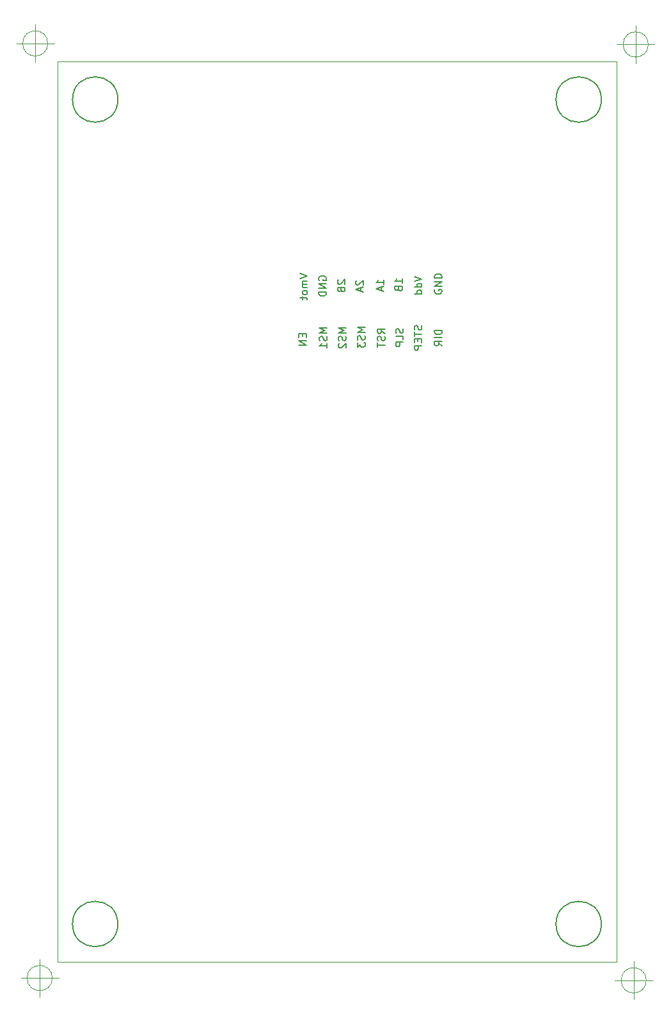
<source format=gbr>
G04 #@! TF.GenerationSoftware,KiCad,Pcbnew,(5.1.4)-1*
G04 #@! TF.CreationDate,2020-01-03T17:16:49+05:00*
G04 #@! TF.ProjectId,speeduino_ntv650,73706565-6475-4696-9e6f-5f6e74763635,rev?*
G04 #@! TF.SameCoordinates,Original*
G04 #@! TF.FileFunction,Legend,Bot*
G04 #@! TF.FilePolarity,Positive*
%FSLAX46Y46*%
G04 Gerber Fmt 4.6, Leading zero omitted, Abs format (unit mm)*
G04 Created by KiCad (PCBNEW (5.1.4)-1) date 2020-01-03 17:16:49*
%MOMM*%
%LPD*%
G04 APERTURE LIST*
%ADD10C,0.100000*%
%ADD11C,0.150000*%
G04 APERTURE END LIST*
D10*
X110806666Y-38620000D02*
G75*
G03X110806666Y-38620000I-1666666J0D01*
G01*
X106640000Y-38620000D02*
X111640000Y-38620000D01*
X109140000Y-36120000D02*
X109140000Y-41120000D01*
X190016666Y-162490000D02*
G75*
G03X190016666Y-162490000I-1666666J0D01*
G01*
X185850000Y-162490000D02*
X190850000Y-162490000D01*
X188350000Y-159990000D02*
X188350000Y-164990000D01*
D11*
X184070000Y-155040000D02*
G75*
G03X184070000Y-155040000I-3000000J0D01*
G01*
D10*
X190286666Y-38760000D02*
G75*
G03X190286666Y-38760000I-1666666J0D01*
G01*
X186120000Y-38760000D02*
X191120000Y-38760000D01*
X188620000Y-36260000D02*
X188620000Y-41260000D01*
X111396666Y-162190000D02*
G75*
G03X111396666Y-162190000I-1666666J0D01*
G01*
X107230000Y-162190000D02*
X112230000Y-162190000D01*
X109730000Y-159690000D02*
X109730000Y-164690000D01*
D11*
X120070000Y-155040000D02*
G75*
G03X120070000Y-155040000I-3000000J0D01*
G01*
X184070000Y-46040000D02*
G75*
G03X184070000Y-46040000I-3000000J0D01*
G01*
X120070000Y-46040000D02*
G75*
G03X120070000Y-46040000I-3000000J0D01*
G01*
D10*
X112070000Y-160040000D02*
X112070000Y-41040000D01*
X186070000Y-160040000D02*
X112070000Y-160040000D01*
X186070000Y-41040000D02*
X186070000Y-160040000D01*
X112070000Y-41040000D02*
X186070000Y-41040000D01*
D11*
X144528571Y-77001904D02*
X144528571Y-77335238D01*
X145052380Y-77478095D02*
X145052380Y-77001904D01*
X144052380Y-77001904D01*
X144052380Y-77478095D01*
X145052380Y-77906666D02*
X144052380Y-77906666D01*
X145052380Y-78478095D01*
X144052380Y-78478095D01*
X162010000Y-71181904D02*
X161962380Y-71277142D01*
X161962380Y-71420000D01*
X162010000Y-71562857D01*
X162105238Y-71658095D01*
X162200476Y-71705714D01*
X162390952Y-71753333D01*
X162533809Y-71753333D01*
X162724285Y-71705714D01*
X162819523Y-71658095D01*
X162914761Y-71562857D01*
X162962380Y-71420000D01*
X162962380Y-71324761D01*
X162914761Y-71181904D01*
X162867142Y-71134285D01*
X162533809Y-71134285D01*
X162533809Y-71324761D01*
X162962380Y-70705714D02*
X161962380Y-70705714D01*
X162962380Y-70134285D01*
X161962380Y-70134285D01*
X162962380Y-69658095D02*
X161962380Y-69658095D01*
X161962380Y-69420000D01*
X162010000Y-69277142D01*
X162105238Y-69181904D01*
X162200476Y-69134285D01*
X162390952Y-69086666D01*
X162533809Y-69086666D01*
X162724285Y-69134285D01*
X162819523Y-69181904D01*
X162914761Y-69277142D01*
X162962380Y-69420000D01*
X162962380Y-69658095D01*
X159312380Y-69421904D02*
X160312380Y-69755238D01*
X159312380Y-70088571D01*
X160312380Y-70850476D02*
X159312380Y-70850476D01*
X160264761Y-70850476D02*
X160312380Y-70755238D01*
X160312380Y-70564761D01*
X160264761Y-70469523D01*
X160217142Y-70421904D01*
X160121904Y-70374285D01*
X159836190Y-70374285D01*
X159740952Y-70421904D01*
X159693333Y-70469523D01*
X159645714Y-70564761D01*
X159645714Y-70755238D01*
X159693333Y-70850476D01*
X160312380Y-71755238D02*
X159312380Y-71755238D01*
X160264761Y-71755238D02*
X160312380Y-71660000D01*
X160312380Y-71469523D01*
X160264761Y-71374285D01*
X160217142Y-71326666D01*
X160121904Y-71279047D01*
X159836190Y-71279047D01*
X159740952Y-71326666D01*
X159693333Y-71374285D01*
X159645714Y-71469523D01*
X159645714Y-71660000D01*
X159693333Y-71755238D01*
X157732380Y-70305714D02*
X157732380Y-69734285D01*
X157732380Y-70020000D02*
X156732380Y-70020000D01*
X156875238Y-69924761D01*
X156970476Y-69829523D01*
X157018095Y-69734285D01*
X157208571Y-71067619D02*
X157256190Y-71210476D01*
X157303809Y-71258095D01*
X157399047Y-71305714D01*
X157541904Y-71305714D01*
X157637142Y-71258095D01*
X157684761Y-71210476D01*
X157732380Y-71115238D01*
X157732380Y-70734285D01*
X156732380Y-70734285D01*
X156732380Y-71067619D01*
X156780000Y-71162857D01*
X156827619Y-71210476D01*
X156922857Y-71258095D01*
X157018095Y-71258095D01*
X157113333Y-71210476D01*
X157160952Y-71162857D01*
X157208571Y-71067619D01*
X157208571Y-70734285D01*
X155262380Y-70477142D02*
X155262380Y-69905714D01*
X155262380Y-70191428D02*
X154262380Y-70191428D01*
X154405238Y-70096190D01*
X154500476Y-70000952D01*
X154548095Y-69905714D01*
X154976666Y-70858095D02*
X154976666Y-71334285D01*
X155262380Y-70762857D02*
X154262380Y-71096190D01*
X155262380Y-71429523D01*
X151647619Y-69975714D02*
X151600000Y-70023333D01*
X151552380Y-70118571D01*
X151552380Y-70356666D01*
X151600000Y-70451904D01*
X151647619Y-70499523D01*
X151742857Y-70547142D01*
X151838095Y-70547142D01*
X151980952Y-70499523D01*
X152552380Y-69928095D01*
X152552380Y-70547142D01*
X152266666Y-70928095D02*
X152266666Y-71404285D01*
X152552380Y-70832857D02*
X151552380Y-71166190D01*
X152552380Y-71499523D01*
X149237619Y-69874285D02*
X149190000Y-69921904D01*
X149142380Y-70017142D01*
X149142380Y-70255238D01*
X149190000Y-70350476D01*
X149237619Y-70398095D01*
X149332857Y-70445714D01*
X149428095Y-70445714D01*
X149570952Y-70398095D01*
X150142380Y-69826666D01*
X150142380Y-70445714D01*
X149618571Y-71207619D02*
X149666190Y-71350476D01*
X149713809Y-71398095D01*
X149809047Y-71445714D01*
X149951904Y-71445714D01*
X150047142Y-71398095D01*
X150094761Y-71350476D01*
X150142380Y-71255238D01*
X150142380Y-70874285D01*
X149142380Y-70874285D01*
X149142380Y-71207619D01*
X149190000Y-71302857D01*
X149237619Y-71350476D01*
X149332857Y-71398095D01*
X149428095Y-71398095D01*
X149523333Y-71350476D01*
X149570952Y-71302857D01*
X149618571Y-71207619D01*
X149618571Y-70874285D01*
X146710000Y-69928095D02*
X146662380Y-69832857D01*
X146662380Y-69690000D01*
X146710000Y-69547142D01*
X146805238Y-69451904D01*
X146900476Y-69404285D01*
X147090952Y-69356666D01*
X147233809Y-69356666D01*
X147424285Y-69404285D01*
X147519523Y-69451904D01*
X147614761Y-69547142D01*
X147662380Y-69690000D01*
X147662380Y-69785238D01*
X147614761Y-69928095D01*
X147567142Y-69975714D01*
X147233809Y-69975714D01*
X147233809Y-69785238D01*
X147662380Y-70404285D02*
X146662380Y-70404285D01*
X147662380Y-70975714D01*
X146662380Y-70975714D01*
X147662380Y-71451904D02*
X146662380Y-71451904D01*
X146662380Y-71690000D01*
X146710000Y-71832857D01*
X146805238Y-71928095D01*
X146900476Y-71975714D01*
X147090952Y-72023333D01*
X147233809Y-72023333D01*
X147424285Y-71975714D01*
X147519523Y-71928095D01*
X147614761Y-71832857D01*
X147662380Y-71690000D01*
X147662380Y-71451904D01*
X144152380Y-69021904D02*
X145152380Y-69355238D01*
X144152380Y-69688571D01*
X145152380Y-70021904D02*
X144485714Y-70021904D01*
X144580952Y-70021904D02*
X144533333Y-70069523D01*
X144485714Y-70164761D01*
X144485714Y-70307619D01*
X144533333Y-70402857D01*
X144628571Y-70450476D01*
X145152380Y-70450476D01*
X144628571Y-70450476D02*
X144533333Y-70498095D01*
X144485714Y-70593333D01*
X144485714Y-70736190D01*
X144533333Y-70831428D01*
X144628571Y-70879047D01*
X145152380Y-70879047D01*
X145152380Y-71498095D02*
X145104761Y-71402857D01*
X145057142Y-71355238D01*
X144961904Y-71307619D01*
X144676190Y-71307619D01*
X144580952Y-71355238D01*
X144533333Y-71402857D01*
X144485714Y-71498095D01*
X144485714Y-71640952D01*
X144533333Y-71736190D01*
X144580952Y-71783809D01*
X144676190Y-71831428D01*
X144961904Y-71831428D01*
X145057142Y-71783809D01*
X145104761Y-71736190D01*
X145152380Y-71640952D01*
X145152380Y-71498095D01*
X144485714Y-72117142D02*
X144485714Y-72498095D01*
X144152380Y-72260000D02*
X145009523Y-72260000D01*
X145104761Y-72307619D01*
X145152380Y-72402857D01*
X145152380Y-72498095D01*
X162992380Y-76540000D02*
X161992380Y-76540000D01*
X161992380Y-76778095D01*
X162040000Y-76920952D01*
X162135238Y-77016190D01*
X162230476Y-77063809D01*
X162420952Y-77111428D01*
X162563809Y-77111428D01*
X162754285Y-77063809D01*
X162849523Y-77016190D01*
X162944761Y-76920952D01*
X162992380Y-76778095D01*
X162992380Y-76540000D01*
X162992380Y-77540000D02*
X161992380Y-77540000D01*
X162992380Y-78587619D02*
X162516190Y-78254285D01*
X162992380Y-78016190D02*
X161992380Y-78016190D01*
X161992380Y-78397142D01*
X162040000Y-78492380D01*
X162087619Y-78540000D01*
X162182857Y-78587619D01*
X162325714Y-78587619D01*
X162420952Y-78540000D01*
X162468571Y-78492380D01*
X162516190Y-78397142D01*
X162516190Y-78016190D01*
X160264761Y-75920952D02*
X160312380Y-76063809D01*
X160312380Y-76301904D01*
X160264761Y-76397142D01*
X160217142Y-76444761D01*
X160121904Y-76492380D01*
X160026666Y-76492380D01*
X159931428Y-76444761D01*
X159883809Y-76397142D01*
X159836190Y-76301904D01*
X159788571Y-76111428D01*
X159740952Y-76016190D01*
X159693333Y-75968571D01*
X159598095Y-75920952D01*
X159502857Y-75920952D01*
X159407619Y-75968571D01*
X159360000Y-76016190D01*
X159312380Y-76111428D01*
X159312380Y-76349523D01*
X159360000Y-76492380D01*
X159312380Y-76778095D02*
X159312380Y-77349523D01*
X160312380Y-77063809D02*
X159312380Y-77063809D01*
X159788571Y-77682857D02*
X159788571Y-78016190D01*
X160312380Y-78159047D02*
X160312380Y-77682857D01*
X159312380Y-77682857D01*
X159312380Y-78159047D01*
X160312380Y-78587619D02*
X159312380Y-78587619D01*
X159312380Y-78968571D01*
X159360000Y-79063809D01*
X159407619Y-79111428D01*
X159502857Y-79159047D01*
X159645714Y-79159047D01*
X159740952Y-79111428D01*
X159788571Y-79063809D01*
X159836190Y-78968571D01*
X159836190Y-78587619D01*
X157794761Y-76319523D02*
X157842380Y-76462380D01*
X157842380Y-76700476D01*
X157794761Y-76795714D01*
X157747142Y-76843333D01*
X157651904Y-76890952D01*
X157556666Y-76890952D01*
X157461428Y-76843333D01*
X157413809Y-76795714D01*
X157366190Y-76700476D01*
X157318571Y-76510000D01*
X157270952Y-76414761D01*
X157223333Y-76367142D01*
X157128095Y-76319523D01*
X157032857Y-76319523D01*
X156937619Y-76367142D01*
X156890000Y-76414761D01*
X156842380Y-76510000D01*
X156842380Y-76748095D01*
X156890000Y-76890952D01*
X157842380Y-77795714D02*
X157842380Y-77319523D01*
X156842380Y-77319523D01*
X157842380Y-78129047D02*
X156842380Y-78129047D01*
X156842380Y-78510000D01*
X156890000Y-78605238D01*
X156937619Y-78652857D01*
X157032857Y-78700476D01*
X157175714Y-78700476D01*
X157270952Y-78652857D01*
X157318571Y-78605238D01*
X157366190Y-78510000D01*
X157366190Y-78129047D01*
X155432380Y-76962380D02*
X154956190Y-76629047D01*
X155432380Y-76390952D02*
X154432380Y-76390952D01*
X154432380Y-76771904D01*
X154480000Y-76867142D01*
X154527619Y-76914761D01*
X154622857Y-76962380D01*
X154765714Y-76962380D01*
X154860952Y-76914761D01*
X154908571Y-76867142D01*
X154956190Y-76771904D01*
X154956190Y-76390952D01*
X155384761Y-77343333D02*
X155432380Y-77486190D01*
X155432380Y-77724285D01*
X155384761Y-77819523D01*
X155337142Y-77867142D01*
X155241904Y-77914761D01*
X155146666Y-77914761D01*
X155051428Y-77867142D01*
X155003809Y-77819523D01*
X154956190Y-77724285D01*
X154908571Y-77533809D01*
X154860952Y-77438571D01*
X154813333Y-77390952D01*
X154718095Y-77343333D01*
X154622857Y-77343333D01*
X154527619Y-77390952D01*
X154480000Y-77438571D01*
X154432380Y-77533809D01*
X154432380Y-77771904D01*
X154480000Y-77914761D01*
X154432380Y-78200476D02*
X154432380Y-78771904D01*
X155432380Y-78486190D02*
X154432380Y-78486190D01*
X152782380Y-76154285D02*
X151782380Y-76154285D01*
X152496666Y-76487619D01*
X151782380Y-76820952D01*
X152782380Y-76820952D01*
X152734761Y-77249523D02*
X152782380Y-77392380D01*
X152782380Y-77630476D01*
X152734761Y-77725714D01*
X152687142Y-77773333D01*
X152591904Y-77820952D01*
X152496666Y-77820952D01*
X152401428Y-77773333D01*
X152353809Y-77725714D01*
X152306190Y-77630476D01*
X152258571Y-77440000D01*
X152210952Y-77344761D01*
X152163333Y-77297142D01*
X152068095Y-77249523D01*
X151972857Y-77249523D01*
X151877619Y-77297142D01*
X151830000Y-77344761D01*
X151782380Y-77440000D01*
X151782380Y-77678095D01*
X151830000Y-77820952D01*
X151782380Y-78154285D02*
X151782380Y-78773333D01*
X152163333Y-78440000D01*
X152163333Y-78582857D01*
X152210952Y-78678095D01*
X152258571Y-78725714D01*
X152353809Y-78773333D01*
X152591904Y-78773333D01*
X152687142Y-78725714D01*
X152734761Y-78678095D01*
X152782380Y-78582857D01*
X152782380Y-78297142D01*
X152734761Y-78201904D01*
X152687142Y-78154285D01*
X150272380Y-76254285D02*
X149272380Y-76254285D01*
X149986666Y-76587619D01*
X149272380Y-76920952D01*
X150272380Y-76920952D01*
X150224761Y-77349523D02*
X150272380Y-77492380D01*
X150272380Y-77730476D01*
X150224761Y-77825714D01*
X150177142Y-77873333D01*
X150081904Y-77920952D01*
X149986666Y-77920952D01*
X149891428Y-77873333D01*
X149843809Y-77825714D01*
X149796190Y-77730476D01*
X149748571Y-77540000D01*
X149700952Y-77444761D01*
X149653333Y-77397142D01*
X149558095Y-77349523D01*
X149462857Y-77349523D01*
X149367619Y-77397142D01*
X149320000Y-77444761D01*
X149272380Y-77540000D01*
X149272380Y-77778095D01*
X149320000Y-77920952D01*
X149367619Y-78301904D02*
X149320000Y-78349523D01*
X149272380Y-78444761D01*
X149272380Y-78682857D01*
X149320000Y-78778095D01*
X149367619Y-78825714D01*
X149462857Y-78873333D01*
X149558095Y-78873333D01*
X149700952Y-78825714D01*
X150272380Y-78254285D01*
X150272380Y-78873333D01*
X147762380Y-76254285D02*
X146762380Y-76254285D01*
X147476666Y-76587619D01*
X146762380Y-76920952D01*
X147762380Y-76920952D01*
X147714761Y-77349523D02*
X147762380Y-77492380D01*
X147762380Y-77730476D01*
X147714761Y-77825714D01*
X147667142Y-77873333D01*
X147571904Y-77920952D01*
X147476666Y-77920952D01*
X147381428Y-77873333D01*
X147333809Y-77825714D01*
X147286190Y-77730476D01*
X147238571Y-77540000D01*
X147190952Y-77444761D01*
X147143333Y-77397142D01*
X147048095Y-77349523D01*
X146952857Y-77349523D01*
X146857619Y-77397142D01*
X146810000Y-77444761D01*
X146762380Y-77540000D01*
X146762380Y-77778095D01*
X146810000Y-77920952D01*
X147762380Y-78873333D02*
X147762380Y-78301904D01*
X147762380Y-78587619D02*
X146762380Y-78587619D01*
X146905238Y-78492380D01*
X147000476Y-78397142D01*
X147048095Y-78301904D01*
M02*

</source>
